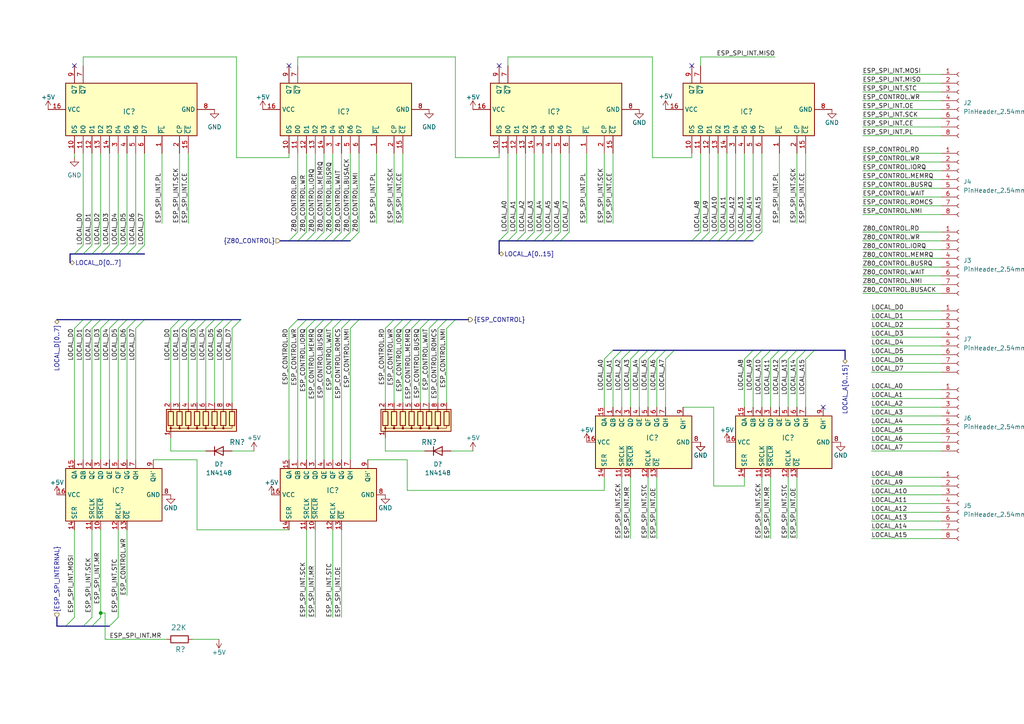
<source format=kicad_sch>
(kicad_sch (version 20230121) (generator eeschema)
  (paper "A4")
  (title_block (title "FujiNet Z80Bus reference design") (date "2023-05-13") (rev "0.1") (company "FujiNet"))
  (lib_symbols
    (symbol "74xx:74HC165"
      (property "Reference" "U" (at -7.62 19.05 0))
      (property "Value" "74HC165" (at -7.62 -21.59 0))
      (symbol "74HC165_1_0"
        (pin input line (at -12.7 -10.16 0) (length 5.08) (name "~{PL}") (number "1"))
        (pin input line (at -12.7 15.24 0) (length 5.08) (name "DS") (number "10"))
        (pin input line (at -12.7 12.7 0) (length 5.08) (name "D0") (number "11"))
        (pin input line (at -12.7 10.16 0) (length 5.08) (name "D1") (number "12"))
        (pin input line (at -12.7 7.62 0) (length 5.08) (name "D2") (number "13"))
        (pin input line (at -12.7 5.08 0) (length 5.08) (name "D3") (number "14"))
        (pin input line (at -12.7 -17.78 0) (length 5.08) (name "~{CE}") (number "15"))
        (pin power_in line (at 0 22.86 270) (length 5.08) (name "VCC") (number "16"))
        (pin input line (at -12.7 -15.24 0) (length 5.08) (name "CP") (number "2"))
        (pin input line (at -12.7 2.54 0) (length 5.08) (name "D4") (number "3"))
        (pin input line (at -12.7 0 0) (length 5.08) (name "D5") (number "4"))
        (pin input line (at -12.7 -2.54 0) (length 5.08) (name "D6") (number "5"))
        (pin input line (at -12.7 -5.08 0) (length 5.08) (name "D7") (number "6"))
        (pin output line (at 12.7 12.7 180) (length 5.08) (name "~{Q7}") (number "7"))
        (pin power_in line (at 0 -25.4 90) (length 5.08) (name "GND") (number "8"))
        (pin output line (at 12.7 15.24 180) (length 5.08) (name "Q7") (number "9"))
      )
      (symbol "74HC165_1_1"
        (rectangle (start -7.62 17.78) (end 7.62 -20.32) (stroke (width 0.254)) (fill (type background)))
      )
    )
    (symbol "74xx:74HC595"
      (property "Reference" "U" (at -7.62 13.97 0))
      (property "Value" "74HC595" (at -7.62 -16.51 0))
      (symbol "74HC595_1_0"
        (pin tri_state line (at 10.16 7.62 180) (length 2.54) (name "QB") (number "1"))
        (pin input line (at -10.16 2.54 0) (length 2.54) (name "~{SRCLR}") (number "10"))
        (pin input line (at -10.16 5.08 0) (length 2.54) (name "SRCLK") (number "11"))
        (pin input line (at -10.16 -2.54 0) (length 2.54) (name "RCLK") (number "12"))
        (pin input line (at -10.16 -5.08 0) (length 2.54) (name "~{OE}") (number "13"))
        (pin input line (at -10.16 10.16 0) (length 2.54) (name "SER") (number "14"))
        (pin tri_state line (at 10.16 10.16 180) (length 2.54) (name "QA") (number "15"))
        (pin power_in line (at 0 15.24 270) (length 2.54) (name "VCC") (number "16"))
        (pin tri_state line (at 10.16 5.08 180) (length 2.54) (name "QC") (number "2"))
        (pin tri_state line (at 10.16 2.54 180) (length 2.54) (name "QD") (number "3"))
        (pin tri_state line (at 10.16 0 180) (length 2.54) (name "QE") (number "4"))
        (pin tri_state line (at 10.16 -2.54 180) (length 2.54) (name "QF") (number "5"))
        (pin tri_state line (at 10.16 -5.08 180) (length 2.54) (name "QG") (number "6"))
        (pin tri_state line (at 10.16 -7.62 180) (length 2.54) (name "QH") (number "7"))
        (pin power_in line (at 0 -17.78 90) (length 2.54) (name "GND") (number "8"))
        (pin output line (at 10.16 -12.7 180) (length 2.54) (name "QH'") (number "9"))
      )
      (symbol "74HC595_1_1"
        (rectangle (start -7.62 12.7) (end 7.62 -15.24) (stroke (width 0.254)) (fill (type background)))
      )
    )
    (symbol "Connector:Conn_01x08_Socket" (pin_names (offset 1.016) hide)
      (property "Reference" "J" (at 0 10.16 0))
      (property "Value" "Conn_01x08_Socket" (at 0 -12.7 0))
      (symbol "Conn_01x08_Socket_1_1"
        (arc (start 0 -9.652) (mid -0.5058 -10.16) (end 0 -10.668) (stroke (width 0.1524)))
        (arc (start 0 -7.112) (mid -0.5058 -7.62) (end 0 -8.128) (stroke (width 0.1524)))
        (arc (start 0 -4.572) (mid -0.5058 -5.08) (end 0 -5.588) (stroke (width 0.1524)))
        (arc (start 0 -2.032) (mid -0.5058 -2.54) (end 0 -3.048) (stroke (width 0.1524)))
        (polyline (pts (xy -1.27 -10.16) (xy -0.508 -10.16)) (stroke (width 0.1524)))
        (polyline (pts (xy -1.27 -7.62) (xy -0.508 -7.62)) (stroke (width 0.1524)))
        (polyline (pts (xy -1.27 -5.08) (xy -0.508 -5.08)) (stroke (width 0.1524)))
        (polyline (pts (xy -1.27 -2.54) (xy -0.508 -2.54)) (stroke (width 0.1524)))
        (polyline (pts (xy -1.27 0) (xy -0.508 0)) (stroke (width 0.1524)))
        (polyline (pts (xy -1.27 2.54) (xy -0.508 2.54)) (stroke (width 0.1524)))
        (polyline (pts (xy -1.27 5.08) (xy -0.508 5.08)) (stroke (width 0.1524)))
        (polyline (pts (xy -1.27 7.62) (xy -0.508 7.62)) (stroke (width 0.1524)))
        (arc (start 0 0.508) (mid -0.5058 0) (end 0 -0.508) (stroke (width 0.1524)))
        (arc (start 0 3.048) (mid -0.5058 2.54) (end 0 2.032) (stroke (width 0.1524)))
        (arc (start 0 5.588) (mid -0.5058 5.08) (end 0 4.572) (stroke (width 0.1524)))
        (arc (start 0 8.128) (mid -0.5058 7.62) (end 0 7.112) (stroke (width 0.1524)))
        (pin passive line (at -5.08 7.62 0) (length 3.81) (name "Pin_1") (number "1"))
        (pin passive line (at -5.08 5.08 0) (length 3.81) (name "Pin_2") (number "2"))
        (pin passive line (at -5.08 2.54 0) (length 3.81) (name "Pin_3") (number "3"))
        (pin passive line (at -5.08 0 0) (length 3.81) (name "Pin_4") (number "4"))
        (pin passive line (at -5.08 -2.54 0) (length 3.81) (name "Pin_5") (number "5"))
        (pin passive line (at -5.08 -5.08 0) (length 3.81) (name "Pin_6") (number "6"))
        (pin passive line (at -5.08 -7.62 0) (length 3.81) (name "Pin_7") (number "7"))
        (pin passive line (at -5.08 -10.16 0) (length 3.81) (name "Pin_8") (number "8"))
      )
    )
    (symbol "Device:D" (pin_numbers hide) (pin_names (offset 1.016) hide)
      (property "Reference" "D" (at 0 2.54 0))
      (property "Value" "D" (at 0 -2.54 0))
      (symbol "D_0_1"
        (polyline (pts (xy -1.27 1.27) (xy -1.27 -1.27)) (stroke (width 0.254)))
        (polyline (pts (xy 1.27 0) (xy -1.27 0)))
        (polyline (pts (xy 1.27 1.27) (xy 1.27 -1.27) (xy -1.27 0) (xy 1.27 1.27)) (stroke (width 0.254)))
      )
      (symbol "D_1_1"
        (pin passive line (at -3.81 0 0) (length 2.54) (name "K") (number "1"))
        (pin passive line (at 3.81 0 180) (length 2.54) (name "A") (number "2"))
      )
    )
    (symbol "Device:R" (pin_numbers hide) (pin_names (offset 0))
      (property "Reference" "R" (at 2.032 0 90))
      (property "Value" "R" (at 0 0 90))
      (symbol "R_0_1"
        (rectangle (start -1.016 -2.54) (end 1.016 2.54) (stroke (width 0.254)))
      )
      (symbol "R_1_1"
        (pin passive line (at 0 3.81 270) (length 1.27) (name "~") (number "1"))
        (pin passive line (at 0 -3.81 90) (length 1.27) (name "~") (number "2"))
      )
    )
    (symbol "Device:R_Network08" (pin_names (offset 0) hide)
      (property "Reference" "RN" (at -12.7 0 90))
      (property "Value" "R_Network08" (at 10.16 0 90))
      (symbol "R_Network08_0_1"
        (rectangle (start -11.43 -3.175) (end 8.89 3.175) (stroke (width 0.254)) (fill (type background)))
        (rectangle (start -10.922 1.524) (end -9.398 -2.54) (stroke (width 0.254)))
        (circle (center -10.16 2.286) (radius 0.254) (fill (type outline)))
        (rectangle (start -8.382 1.524) (end -6.858 -2.54) (stroke (width 0.254)))
        (circle (center -7.62 2.286) (radius 0.254) (fill (type outline)))
        (rectangle (start -5.842 1.524) (end -4.318 -2.54) (stroke (width 0.254)))
        (circle (center -5.08 2.286) (radius 0.254) (fill (type outline)))
        (rectangle (start -3.302 1.524) (end -1.778 -2.54) (stroke (width 0.254)))
        (circle (center -2.54 2.286) (radius 0.254) (fill (type outline)))
        (rectangle (start -0.762 1.524) (end 0.762 -2.54) (stroke (width 0.254)))
        (polyline (pts (xy -10.16 -2.54) (xy -10.16 -3.81)))
        (polyline (pts (xy -7.62 -2.54) (xy -7.62 -3.81)))
        (polyline (pts (xy -5.08 -2.54) (xy -5.08 -3.81)))
        (polyline (pts (xy -2.54 -2.54) (xy -2.54 -3.81)))
        (polyline (pts (xy 0 -2.54) (xy 0 -3.81)))
        (polyline (pts (xy 2.54 -2.54) (xy 2.54 -3.81)))
        (polyline (pts (xy 5.08 -2.54) (xy 5.08 -3.81)))
        (polyline (pts (xy 7.62 -2.54) (xy 7.62 -3.81)))
        (polyline (pts (xy -10.16 1.524) (xy -10.16 2.286) (xy -7.62 2.286) (xy -7.62 1.524)))
        (polyline (pts (xy -7.62 1.524) (xy -7.62 2.286) (xy -5.08 2.286) (xy -5.08 1.524)))
        (polyline (pts (xy -5.08 1.524) (xy -5.08 2.286) (xy -2.54 2.286) (xy -2.54 1.524)))
        (polyline (pts (xy -2.54 1.524) (xy -2.54 2.286) (xy 0 2.286) (xy 0 1.524)))
        (polyline (pts (xy 0 1.524) (xy 0 2.286) (xy 2.54 2.286) (xy 2.54 1.524)))
        (polyline (pts (xy 2.54 1.524) (xy 2.54 2.286) (xy 5.08 2.286) (xy 5.08 1.524)))
        (polyline (pts (xy 5.08 1.524) (xy 5.08 2.286) (xy 7.62 2.286) (xy 7.62 1.524)))
        (circle (center 0 2.286) (radius 0.254) (fill (type outline)))
        (rectangle (start 1.778 1.524) (end 3.302 -2.54) (stroke (width 0.254)))
        (circle (center 2.54 2.286) (radius 0.254) (fill (type outline)))
        (rectangle (start 4.318 1.524) (end 5.842 -2.54) (stroke (width 0.254)))
        (circle (center 5.08 2.286) (radius 0.254) (fill (type outline)))
        (rectangle (start 6.858 1.524) (end 8.382 -2.54) (stroke (width 0.254)))
      )
      (symbol "R_Network08_1_1"
        (pin passive line (at -10.16 5.08 270) (length 2.54) (name "common") (number "1"))
        (pin passive line (at -10.16 -5.08 90) (length 1.27) (name "R1") (number "2"))
        (pin passive line (at -7.62 -5.08 90) (length 1.27) (name "R2") (number "3"))
        (pin passive line (at -5.08 -5.08 90) (length 1.27) (name "R3") (number "4"))
        (pin passive line (at -2.54 -5.08 90) (length 1.27) (name "R4") (number "5"))
        (pin passive line (at 0 -5.08 90) (length 1.27) (name "R5") (number "6"))
        (pin passive line (at 2.54 -5.08 90) (length 1.27) (name "R6") (number "7"))
        (pin passive line (at 5.08 -5.08 90) (length 1.27) (name "R7") (number "8"))
        (pin passive line (at 7.62 -5.08 90) (length 1.27) (name "R8") (number "9"))
      )
    )
    (symbol "power:+5V" (power) (pin_names (offset 0))
      (property "Value" "+5V" (at 0 3.556 0))
      (symbol "+5V_0_1"
        (polyline (pts (xy -0.762 1.27) (xy 0 2.54)))
        (polyline (pts (xy 0 0) (xy 0 2.54)))
        (polyline (pts (xy 0 2.54) (xy 0.762 1.27)))
      )
      (symbol "+5V_1_1"
        (pin power_in line (at 0 0 90) (length 0) hide (name "+5V") (number "1"))
      )
    )
    (symbol "power:GND" (power) (pin_names (offset 0))
      (property "Value" "GND" (at 0 -3.81 0))
      (symbol "GND_0_1"
        (polyline (pts (xy 0 0) (xy 0 -1.27) (xy 1.27 -1.27) (xy 0 -2.54) (xy -1.27 -1.27) (xy 0 -1.27)))
      )
      (symbol "GND_1_1"
        (pin power_in line (at 0 0 270) (length 0) hide (name "GND") (number "1"))
      )
    )
  )
  (bus_alias "ESP_CONTROL" (members "ESP_CONTROL.RD" "ESP_CONTROL.WR" "ESP_CONTROL.IORQ" "ESP_CONTROL.MEMRQ" "ESP_CONTROL.BUSRQ" "ESP_CONTROL.WAIT" "ESP_CONTROL.ROMCS" "ESP_CONTROL.NMI"))
  (bus_alias "ESP_SPI_INTERNAL" (members "ESP_SPI_INT.MOSI" "ESP_SPI_INT.SCK" "ESP_SPI_INT.MR" "ESP_SPI_INT.STC" "ESP_SPI_INT.CE" "ESP_SPI_INT.PL" "ESP_SPI_INT.MISO" "ESP_SPI_INT.OE" ""))
  (junction (at 29.21 177.8))
  (no_connect (at 238.76 118.11))
  (no_connect (at 21.59 19.05))
  (no_connect (at 200.66 19.05))
  (no_connect (at 83.82 19.05))
  (no_connect (at 144.78 19.05))
  (bus_entry (at 24.13 181.61) (size 2.54 -2.54))
  (bus_entry (at 147.32 69.85) (size 2.54 -2.54))
  (bus_entry (at 129.54 95.25) (size 2.54 -2.54))
  (bus_entry (at 149.86 69.85) (size 2.54 -2.54))
  (bus_entry (at 83.82 95.25) (size 2.54 -2.54))
  (bus_entry (at 218.44 69.85) (size 2.54 -2.54))
  (bus_entry (at 162.56 69.85) (size 2.54 -2.54))
  (bus_entry (at 231.14 104.14) (size 2.54 -2.54))
  (bus_entry (at 218.44 104.14) (size 2.54 -2.54))
  (bus_entry (at 34.29 73.66) (size 2.54 -2.54))
  (bus_entry (at 177.8 104.14) (size 2.54 -2.54))
  (bus_entry (at 223.52 104.14) (size 2.54 -2.54))
  (bus_entry (at 182.88 104.14) (size 2.54 -2.54))
  (bus_entry (at 31.75 95.25) (size 2.54 -2.54))
  (bus_entry (at 185.42 104.14) (size 2.54 -2.54))
  (bus_entry (at 52.07 95.25) (size 2.54 -2.54))
  (bus_entry (at 96.52 69.85) (size 2.54 -2.54))
  (bus_entry (at 34.29 95.25) (size 2.54 -2.54))
  (bus_entry (at 114.3 95.25) (size 2.54 -2.54))
  (bus_entry (at 36.83 95.25) (size 2.54 -2.54))
  (bus_entry (at 152.4 69.85) (size 2.54 -2.54))
  (bus_entry (at 86.36 95.25) (size 2.54 -2.54))
  (bus_entry (at 31.75 181.61) (size 2.54 -2.54))
  (bus_entry (at 29.21 95.25) (size 2.54 -2.54))
  (bus_entry (at 190.5 104.14) (size 2.54 -2.54))
  (bus_entry (at 215.9 69.85) (size 2.54 -2.54))
  (bus_entry (at 226.06 104.14) (size 2.54 -2.54))
  (bus_entry (at 210.82 69.85) (size 2.54 -2.54))
  (bus_entry (at 39.37 73.66) (size 2.54 -2.54))
  (bus_entry (at 83.82 69.85) (size 2.54 -2.54))
  (bus_entry (at 99.06 95.25) (size 2.54 -2.54))
  (bus_entry (at 24.13 95.25) (size 2.54 -2.54))
  (bus_entry (at 29.21 73.66) (size 2.54 -2.54))
  (bus_entry (at 101.6 95.25) (size 2.54 -2.54))
  (bus_entry (at 213.36 69.85) (size 2.54 -2.54))
  (bus_entry (at 54.61 95.25) (size 2.54 -2.54))
  (bus_entry (at 24.13 73.66) (size 2.54 -2.54))
  (bus_entry (at 228.6 104.14) (size 2.54 -2.54))
  (bus_entry (at 49.53 95.25) (size 2.54 -2.54))
  (bus_entry (at 200.66 69.85) (size 2.54 -2.54))
  (bus_entry (at 62.23 95.25) (size 2.54 -2.54))
  (bus_entry (at 59.69 95.25) (size 2.54 -2.54))
  (bus_entry (at 233.68 104.14) (size 2.54 -2.54))
  (bus_entry (at 88.9 95.25) (size 2.54 -2.54))
  (bus_entry (at 124.46 95.25) (size 2.54 -2.54))
  (bus_entry (at 21.59 73.66) (size 2.54 -2.54))
  (bus_entry (at 21.59 95.25) (size 2.54 -2.54))
  (bus_entry (at 101.6 69.85) (size 2.54 -2.54))
  (bus_entry (at 180.34 104.14) (size 2.54 -2.54))
  (bus_entry (at 57.15 95.25) (size 2.54 -2.54))
  (bus_entry (at 121.92 95.25) (size 2.54 -2.54))
  (bus_entry (at 175.26 104.14) (size 2.54 -2.54))
  (bus_entry (at 91.44 69.85) (size 2.54 -2.54))
  (bus_entry (at 157.48 69.85) (size 2.54 -2.54))
  (bus_entry (at 203.2 69.85) (size 2.54 -2.54))
  (bus_entry (at 93.98 95.25) (size 2.54 -2.54))
  (bus_entry (at 26.67 73.66) (size 2.54 -2.54))
  (bus_entry (at 86.36 69.85) (size 2.54 -2.54))
  (bus_entry (at 116.84 95.25) (size 2.54 -2.54))
  (bus_entry (at 208.28 69.85) (size 2.54 -2.54))
  (bus_entry (at 93.98 69.85) (size 2.54 -2.54))
  (bus_entry (at 26.67 181.61) (size 2.54 -2.54))
  (bus_entry (at 39.37 95.25) (size 2.54 -2.54))
  (bus_entry (at 205.74 69.85) (size 2.54 -2.54))
  (bus_entry (at 119.38 95.25) (size 2.54 -2.54))
  (bus_entry (at 64.77 95.25) (size 2.54 -2.54))
  (bus_entry (at 36.83 73.66) (size 2.54 -2.54))
  (bus_entry (at 91.44 95.25) (size 2.54 -2.54))
  (bus_entry (at 127 95.25) (size 2.54 -2.54))
  (bus_entry (at 144.78 69.85) (size 2.54 -2.54))
  (bus_entry (at 187.96 104.14) (size 2.54 -2.54))
  (bus_entry (at 88.9 69.85) (size 2.54 -2.54))
  (bus_entry (at 220.98 104.14) (size 2.54 -2.54))
  (bus_entry (at 26.67 95.25) (size 2.54 -2.54))
  (bus_entry (at 193.04 104.14) (size 2.54 -2.54))
  (bus_entry (at 67.31 95.25) (size 2.54 -2.54))
  (bus_entry (at 96.52 95.25) (size 2.54 -2.54))
  (bus_entry (at 31.75 73.66) (size 2.54 -2.54))
  (bus_entry (at 99.06 69.85) (size 2.54 -2.54))
  (bus_entry (at 154.94 69.85) (size 2.54 -2.54))
  (bus_entry (at 111.76 95.25) (size 2.54 -2.54))
  (bus_entry (at 19.05 181.61) (size 2.54 -2.54))
  (bus_entry (at 160.02 69.85) (size 2.54 -2.54))
  (bus_entry (at 215.9 104.14) (size 2.54 -2.54))
  (bus (pts (xy 31.75 92.71) (xy 34.29 92.71)))
  (wire (pts (xy 273.05 31.75) (xy 250.19 31.75)))
  (bus (pts (xy 203.2 69.85) (xy 205.74 69.85)))
  (wire (pts (xy 62.23 116.84) (xy 62.23 95.25)))
  (wire (pts (xy 273.05 140.97) (xy 252.73 140.97)))
  (wire (pts (xy 228.6 156.21) (xy 228.6 138.43)))
  (wire (pts (xy 149.86 67.31) (xy 149.86 44.45)))
  (wire (pts (xy 273.05 80.01) (xy 250.19 80.01)))
  (bus (pts (xy 223.52 101.6) (xy 226.06 101.6)))
  (wire (pts (xy 175.26 118.11) (xy 175.26 104.14)))
  (wire (pts (xy 170.18 64.77) (xy 170.18 44.45)))
  (bus (pts (xy 29.21 73.66) (xy 31.75 73.66)))
  (bus (pts (xy 16.51 181.61) (xy 16.51 179.07)))
  (wire (pts (xy 165.1 67.31) (xy 165.1 44.45)))
  (bus (pts (xy 86.36 69.85) (xy 88.9 69.85)))
  (wire (pts (xy 24.13 16.51) (xy 68.58 16.51)))
  (wire (pts (xy 34.29 133.35) (xy 34.29 95.25)))
  (wire (pts (xy 137.16 130.81) (xy 130.81 130.81)))
  (bus (pts (xy 220.98 101.6) (xy 223.52 101.6)))
  (wire (pts (xy 57.15 153.67) (xy 83.82 153.67)))
  (wire (pts (xy 218.44 67.31) (xy 218.44 44.45)))
  (bus (pts (xy 20.32 73.66) (xy 20.32 76.2)))
  (bus (pts (xy 190.5 101.6) (xy 193.04 101.6)))
  (bus (pts (xy 26.67 92.71) (xy 29.21 92.71)))
  (bus (pts (xy 88.9 69.85) (xy 91.44 69.85)))
  (wire (pts (xy 190.5 156.21) (xy 190.5 138.43)))
  (wire (pts (xy 88.9 44.45) (xy 88.9 67.31)))
  (bus (pts (xy 39.37 73.66) (xy 41.91 73.66)))
  (wire (pts (xy 147.32 16.51) (xy 147.32 19.05)))
  (wire (pts (xy 215.9 138.43) (xy 215.9 140.97)))
  (wire (pts (xy 48.26 185.42) (xy 30.48 185.42)))
  (wire (pts (xy 208.28 67.31) (xy 208.28 44.45)))
  (bus (pts (xy 24.13 73.66) (xy 26.67 73.66)))
  (wire (pts (xy 30.48 177.8) (xy 30.48 185.42)))
  (bus (pts (xy 121.92 92.71) (xy 124.46 92.71)))
  (wire (pts (xy 29.21 177.8) (xy 30.48 177.8)))
  (wire (pts (xy 111.76 130.81) (xy 123.19 130.81)))
  (bus (pts (xy 160.02 69.85) (xy 162.56 69.85)))
  (wire (pts (xy 29.21 177.8) (xy 29.21 153.67)))
  (wire (pts (xy 273.05 107.95) (xy 252.73 107.95)))
  (wire (pts (xy 273.05 130.81) (xy 252.73 130.81)))
  (wire (pts (xy 273.05 146.05) (xy 252.73 146.05)))
  (wire (pts (xy 21.59 153.67) (xy 21.59 179.07)))
  (wire (pts (xy 96.52 179.07) (xy 96.52 153.67)))
  (wire (pts (xy 207.01 118.11) (xy 198.12 118.11)))
  (wire (pts (xy 182.88 118.11) (xy 182.88 104.14)))
  (wire (pts (xy 273.05 72.39) (xy 250.19 72.39)))
  (bus (pts (xy 182.88 101.6) (xy 185.42 101.6)))
  (bus (pts (xy 152.4 69.85) (xy 154.94 69.85)))
  (wire (pts (xy 147.32 67.31) (xy 147.32 44.45)))
  (wire (pts (xy 31.75 133.35) (xy 31.75 95.25)))
  (wire (pts (xy 116.84 64.77) (xy 116.84 44.45)))
  (bus (pts (xy 96.52 92.71) (xy 99.06 92.71)))
  (wire (pts (xy 111.76 116.84) (xy 111.76 95.25)))
  (wire (pts (xy 233.68 64.77) (xy 233.68 44.45)))
  (bus (pts (xy 104.14 92.71) (xy 114.3 92.71)))
  (wire (pts (xy 46.99 64.77) (xy 46.99 44.45)))
  (bus (pts (xy 34.29 92.71) (xy 36.83 92.71)))
  (wire (pts (xy 187.96 156.21) (xy 187.96 138.43)))
  (wire (pts (xy 273.05 62.23) (xy 250.19 62.23)))
  (wire (pts (xy 226.06 64.77) (xy 226.06 44.45)))
  (wire (pts (xy 154.94 67.31) (xy 154.94 44.45)))
  (wire (pts (xy 52.07 116.84) (xy 52.07 95.25)))
  (wire (pts (xy 273.05 115.57) (xy 252.73 115.57)))
  (wire (pts (xy 88.9 179.07) (xy 88.9 153.67)))
  (wire (pts (xy 83.82 45.72) (xy 83.82 44.45)))
  (wire (pts (xy 99.06 179.07) (xy 99.06 153.67)))
  (bus (pts (xy 99.06 92.71) (xy 101.6 92.71)))
  (wire (pts (xy 273.05 138.43) (xy 252.73 138.43)))
  (wire (pts (xy 220.98 156.21) (xy 220.98 138.43)))
  (bus (pts (xy 16.51 92.71) (xy 24.13 92.71)))
  (bus (pts (xy 96.52 69.85) (xy 99.06 69.85)))
  (bus (pts (xy 54.61 92.71) (xy 57.15 92.71)))
  (wire (pts (xy 273.05 123.19) (xy 252.73 123.19)))
  (wire (pts (xy 88.9 133.35) (xy 88.9 95.25)))
  (wire (pts (xy 99.06 133.35) (xy 99.06 95.25)))
  (bus (pts (xy 39.37 92.71) (xy 41.91 92.71)))
  (wire (pts (xy 57.15 153.67) (xy 57.15 133.35)))
  (wire (pts (xy 144.78 45.72) (xy 144.78 44.45)))
  (wire (pts (xy 273.05 59.69) (xy 250.19 59.69)))
  (wire (pts (xy 157.48 67.31) (xy 157.48 44.45)))
  (wire (pts (xy 207.01 140.97) (xy 215.9 140.97)))
  (wire (pts (xy 273.05 57.15) (xy 250.19 57.15)))
  (wire (pts (xy 39.37 133.35) (xy 39.37 95.25)))
  (wire (pts (xy 116.84 95.25) (xy 116.84 116.84)))
  (wire (pts (xy 205.74 67.31) (xy 205.74 44.45)))
  (wire (pts (xy 162.56 67.31) (xy 162.56 44.45)))
  (bus (pts (xy 24.13 92.71) (xy 26.67 92.71)))
  (wire (pts (xy 36.83 172.72) (xy 36.83 153.67)))
  (bus (pts (xy 233.68 101.6) (xy 236.22 101.6)))
  (wire (pts (xy 273.05 77.47) (xy 250.19 77.47)))
  (wire (pts (xy 250.19 39.37) (xy 273.05 39.37)))
  (bus (pts (xy 57.15 92.71) (xy 59.69 92.71)))
  (wire (pts (xy 182.88 156.21) (xy 182.88 138.43)))
  (wire (pts (xy 273.05 90.17) (xy 252.73 90.17)))
  (bus (pts (xy 149.86 69.85) (xy 152.4 69.85)))
  (wire (pts (xy 67.31 130.81) (xy 73.66 130.81)))
  (bus (pts (xy 157.48 69.85) (xy 160.02 69.85)))
  (wire (pts (xy 68.58 16.51) (xy 68.58 45.72)))
  (wire (pts (xy 26.67 133.35) (xy 26.67 95.25)))
  (wire (pts (xy 34.29 71.12) (xy 34.29 44.45)))
  (bus (pts (xy 215.9 69.85) (xy 218.44 69.85)))
  (wire (pts (xy 180.34 118.11) (xy 180.34 104.14)))
  (wire (pts (xy 250.19 54.61) (xy 273.05 54.61)))
  (wire (pts (xy 109.22 64.77) (xy 109.22 44.45)))
  (wire (pts (xy 223.52 156.21) (xy 223.52 138.43)))
  (wire (pts (xy 49.53 130.81) (xy 49.53 127)))
  (wire (pts (xy 185.42 118.11) (xy 185.42 104.14)))
  (bus (pts (xy 213.36 69.85) (xy 215.9 69.85)))
  (wire (pts (xy 91.44 153.67) (xy 91.44 179.07)))
  (wire (pts (xy 273.05 153.67) (xy 252.73 153.67)))
  (bus (pts (xy 119.38 92.71) (xy 121.92 92.71)))
  (wire (pts (xy 189.23 45.72) (xy 200.66 45.72)))
  (bus (pts (xy 132.08 92.71) (xy 135.89 92.71)))
  (wire (pts (xy 273.05 113.03) (xy 252.73 113.03)))
  (wire (pts (xy 132.08 45.72) (xy 132.08 16.51)))
  (wire (pts (xy 86.36 44.45) (xy 86.36 67.31)))
  (wire (pts (xy 124.46 116.84) (xy 124.46 95.25)))
  (wire (pts (xy 224.79 16.51) (xy 203.2 16.51)))
  (bus (pts (xy 162.56 69.85) (xy 200.66 69.85)))
  (bus (pts (xy 193.04 101.6) (xy 195.58 101.6)))
  (wire (pts (xy 99.06 44.45) (xy 99.06 67.31)))
  (wire (pts (xy 273.05 85.09) (xy 250.19 85.09)))
  (wire (pts (xy 273.05 97.79) (xy 252.73 97.79)))
  (wire (pts (xy 91.44 44.45) (xy 91.44 67.31)))
  (wire (pts (xy 39.37 71.12) (xy 39.37 44.45)))
  (bus (pts (xy 231.14 101.6) (xy 233.68 101.6)))
  (wire (pts (xy 273.05 95.25) (xy 252.73 95.25)))
  (bus (pts (xy 21.59 73.66) (xy 24.13 73.66)))
  (wire (pts (xy 96.52 44.45) (xy 96.52 67.31)))
  (wire (pts (xy 233.68 118.11) (xy 233.68 104.14)))
  (wire (pts (xy 52.07 64.77) (xy 52.07 44.45)))
  (bus (pts (xy 91.44 92.71) (xy 93.98 92.71)))
  (wire (pts (xy 83.82 133.35) (xy 83.82 95.25)))
  (wire (pts (xy 129.54 116.84) (xy 129.54 95.25)))
  (wire (pts (xy 250.19 36.83) (xy 273.05 36.83)))
  (bus (pts (xy 127 92.71) (xy 129.54 92.71)))
  (bus (pts (xy 31.75 73.66) (xy 34.29 73.66)))
  (bus (pts (xy 36.83 92.71) (xy 39.37 92.71)))
  (wire (pts (xy 226.06 118.11) (xy 226.06 104.14)))
  (wire (pts (xy 118.11 142.24) (xy 175.26 142.24)))
  (bus (pts (xy 34.29 73.66) (xy 36.83 73.66)))
  (wire (pts (xy 118.11 133.35) (xy 106.68 133.35)))
  (wire (pts (xy 49.53 116.84) (xy 49.53 95.25)))
  (wire (pts (xy 114.3 116.84) (xy 114.3 95.25)))
  (wire (pts (xy 273.05 100.33) (xy 252.73 100.33)))
  (wire (pts (xy 21.59 95.25) (xy 21.59 133.35)))
  (wire (pts (xy 231.14 156.21) (xy 231.14 138.43)))
  (bus (pts (xy 205.74 69.85) (xy 208.28 69.85)))
  (wire (pts (xy 231.14 118.11) (xy 231.14 104.14)))
  (wire (pts (xy 273.05 105.41) (xy 252.73 105.41)))
  (wire (pts (xy 36.83 133.35) (xy 36.83 95.25)))
  (bus (pts (xy 144.78 69.85) (xy 147.32 69.85)))
  (wire (pts (xy 160.02 67.31) (xy 160.02 44.45)))
  (wire (pts (xy 49.53 130.81) (xy 59.69 130.81)))
  (wire (pts (xy 273.05 118.11) (xy 252.73 118.11)))
  (wire (pts (xy 177.8 64.77) (xy 177.8 44.45)))
  (wire (pts (xy 250.19 29.21) (xy 273.05 29.21)))
  (bus (pts (xy 59.69 92.71) (xy 62.23 92.71)))
  (bus (pts (xy 154.94 69.85) (xy 157.48 69.85)))
  (bus (pts (xy 20.32 73.66) (xy 21.59 73.66)))
  (wire (pts (xy 26.67 179.07) (xy 26.67 153.67)))
  (wire (pts (xy 203.2 67.31) (xy 203.2 44.45)))
  (wire (pts (xy 24.13 19.05) (xy 24.13 16.51)))
  (wire (pts (xy 24.13 133.35) (xy 24.13 95.25)))
  (wire (pts (xy 111.76 130.81) (xy 111.76 127)))
  (wire (pts (xy 250.19 46.99) (xy 273.05 46.99)))
  (wire (pts (xy 273.05 143.51) (xy 252.73 143.51)))
  (wire (pts (xy 231.14 64.77) (xy 231.14 44.45)))
  (wire (pts (xy 180.34 156.21) (xy 180.34 138.43)))
  (bus (pts (xy 99.06 69.85) (xy 101.6 69.85)))
  (bus (pts (xy 195.58 101.6) (xy 218.44 101.6)))
  (bus (pts (xy 26.67 73.66) (xy 29.21 73.66)))
  (wire (pts (xy 250.19 74.93) (xy 273.05 74.93)))
  (bus (pts (xy 129.54 92.71) (xy 132.08 92.71)))
  (wire (pts (xy 41.91 71.12) (xy 41.91 44.45)))
  (bus (pts (xy 180.34 101.6) (xy 182.88 101.6)))
  (wire (pts (xy 29.21 71.12) (xy 29.21 44.45)))
  (bus (pts (xy 83.82 69.85) (xy 86.36 69.85)))
  (wire (pts (xy 152.4 67.31) (xy 152.4 44.45)))
  (bus (pts (xy 187.96 101.6) (xy 190.5 101.6)))
  (wire (pts (xy 67.31 116.84) (xy 67.31 95.25)))
  (bus (pts (xy 208.28 69.85) (xy 210.82 69.85)))
  (wire (pts (xy 220.98 67.31) (xy 220.98 44.45)))
  (wire (pts (xy 273.05 120.65) (xy 252.73 120.65)))
  (bus (pts (xy 228.6 101.6) (xy 231.14 101.6)))
  (wire (pts (xy 54.61 116.84) (xy 54.61 95.25)))
  (wire (pts (xy 273.05 148.59) (xy 252.73 148.59)))
  (wire (pts (xy 93.98 133.35) (xy 93.98 95.25)))
  (bus (pts (xy 81.28 69.85) (xy 83.82 69.85)))
  (bus (pts (xy 114.3 92.71) (xy 116.84 92.71)))
  (wire (pts (xy 210.82 67.31) (xy 210.82 44.45)))
  (wire (pts (xy 121.92 116.84) (xy 121.92 95.25)))
  (wire (pts (xy 175.26 64.77) (xy 175.26 44.45)))
  (wire (pts (xy 250.19 44.45) (xy 273.05 44.45)))
  (wire (pts (xy 104.14 44.45) (xy 104.14 67.31)))
  (wire (pts (xy 144.78 45.72) (xy 132.08 45.72)))
  (bus (pts (xy 52.07 92.71) (xy 54.61 92.71)))
  (wire (pts (xy 86.36 16.51) (xy 132.08 16.51)))
  (wire (pts (xy 273.05 69.85) (xy 250.19 69.85)))
  (bus (pts (xy 101.6 92.71) (xy 104.14 92.71)))
  (bus (pts (xy 29.21 92.71) (xy 31.75 92.71)))
  (bus (pts (xy 19.05 181.61) (xy 16.51 181.61)))
  (bus (pts (xy 93.98 92.71) (xy 96.52 92.71)))
  (wire (pts (xy 57.15 133.35) (xy 44.45 133.35)))
  (bus (pts (xy 91.44 69.85) (xy 93.98 69.85)))
  (bus (pts (xy 177.8 101.6) (xy 180.34 101.6)))
  (wire (pts (xy 250.19 26.67) (xy 273.05 26.67)))
  (wire (pts (xy 29.21 95.25) (xy 29.21 133.35)))
  (bus (pts (xy 218.44 101.6) (xy 220.98 101.6)))
  (wire (pts (xy 207.01 118.11) (xy 207.01 140.97)))
  (wire (pts (xy 273.05 151.13) (xy 252.73 151.13)))
  (bus (pts (xy 36.83 73.66) (xy 39.37 73.66)))
  (wire (pts (xy 21.59 45.72) (xy 21.59 44.45)))
  (bus (pts (xy 67.31 92.71) (xy 69.85 92.71)))
  (wire (pts (xy 273.05 156.21) (xy 252.73 156.21)))
  (wire (pts (xy 250.19 52.07) (xy 273.05 52.07)))
  (wire (pts (xy 36.83 71.12) (xy 36.83 44.45)))
  (bus (pts (xy 245.11 104.14) (xy 245.11 101.6)))
  (wire (pts (xy 93.98 67.31) (xy 93.98 44.45)))
  (bus (pts (xy 41.91 92.71) (xy 52.07 92.71)))
  (wire (pts (xy 34.29 179.07) (xy 34.29 153.67)))
  (wire (pts (xy 101.6 133.35) (xy 101.6 95.25)))
  (bus (pts (xy 124.46 92.71) (xy 127 92.71)))
  (bus (pts (xy 226.06 101.6) (xy 228.6 101.6)))
  (wire (pts (xy 273.05 82.55) (xy 250.19 82.55)))
  (wire (pts (xy 68.58 45.72) (xy 83.82 45.72)))
  (wire (pts (xy 29.21 179.07) (xy 29.21 177.8)))
  (wire (pts (xy 273.05 67.31) (xy 250.19 67.31)))
  (wire (pts (xy 127 116.84) (xy 127 95.25)))
  (wire (pts (xy 200.66 45.72) (xy 200.66 44.45)))
  (wire (pts (xy 59.69 116.84) (xy 59.69 95.25)))
  (bus (pts (xy 64.77 92.71) (xy 67.31 92.71)))
  (wire (pts (xy 114.3 64.77) (xy 114.3 44.45)))
  (wire (pts (xy 273.05 24.13) (xy 250.19 24.13)))
  (wire (pts (xy 101.6 44.45) (xy 101.6 67.31)))
  (wire (pts (xy 250.19 49.53) (xy 273.05 49.53)))
  (wire (pts (xy 63.5 185.42) (xy 55.88 185.42)))
  (wire (pts (xy 220.98 118.11) (xy 220.98 104.14)))
  (bus (pts (xy 88.9 92.71) (xy 91.44 92.71)))
  (wire (pts (xy 213.36 67.31) (xy 213.36 44.45)))
  (bus (pts (xy 147.32 69.85) (xy 149.86 69.85)))
  (bus (pts (xy 185.42 101.6) (xy 187.96 101.6)))
  (bus (pts (xy 200.66 69.85) (xy 203.2 69.85)))
  (wire (pts (xy 273.05 92.71) (xy 252.73 92.71)))
  (wire (pts (xy 273.05 128.27) (xy 252.73 128.27)))
  (wire (pts (xy 57.15 116.84) (xy 57.15 95.25)))
  (wire (pts (xy 24.13 71.12) (xy 24.13 44.45)))
  (wire (pts (xy 203.2 16.51) (xy 203.2 19.05)))
  (bus (pts (xy 93.98 69.85) (xy 96.52 69.85)))
  (wire (pts (xy 228.6 118.11) (xy 228.6 104.14)))
  (bus (pts (xy 210.82 69.85) (xy 213.36 69.85)))
  (wire (pts (xy 31.75 71.12) (xy 31.75 44.45)))
  (wire (pts (xy 86.36 133.35) (xy 86.36 95.25)))
  (wire (pts (xy 223.52 118.11) (xy 223.52 104.14)))
  (wire (pts (xy 273.05 125.73) (xy 252.73 125.73)))
  (bus (pts (xy 116.84 92.71) (xy 119.38 92.71)))
  (bus (pts (xy 24.13 181.61) (xy 19.05 181.61)))
  (wire (pts (xy 215.9 118.11) (xy 215.9 104.14)))
  (wire (pts (xy 119.38 116.84) (xy 119.38 95.25)))
  (wire (pts (xy 193.04 118.11) (xy 193.04 104.14)))
  (bus (pts (xy 62.23 92.71) (xy 64.77 92.71)))
  (wire (pts (xy 250.19 34.29) (xy 273.05 34.29)))
  (bus (pts (xy 31.75 181.61) (xy 26.67 181.61)))
  (wire (pts (xy 96.52 133.35) (xy 96.52 95.25)))
  (wire (pts (xy 175.26 138.43) (xy 175.26 142.24)))
  (wire (pts (xy 273.05 102.87) (xy 252.73 102.87)))
  (wire (pts (xy 215.9 67.31) (xy 215.9 44.45)))
  (bus (pts (xy 86.36 92.71) (xy 88.9 92.71)))
  (wire (pts (xy 54.61 64.77) (xy 54.61 44.45)))
  (wire (pts (xy 190.5 118.11) (xy 190.5 104.14)))
  (wire (pts (xy 177.8 118.11) (xy 177.8 104.14)))
  (wire (pts (xy 64.77 116.84) (xy 64.77 95.25)))
  (wire (pts (xy 147.32 16.51) (xy 189.23 16.51)))
  (wire (pts (xy 273.05 21.59) (xy 250.19 21.59)))
  (wire (pts (xy 118.11 142.24) (xy 118.11 133.35)))
  (wire (pts (xy 91.44 133.35) (xy 91.44 95.25)))
  (wire (pts (xy 26.67 71.12) (xy 26.67 44.45)))
  (bus (pts (xy 236.22 101.6) (xy 245.11 101.6)))
  (wire (pts (xy 218.44 118.11) (xy 218.44 104.14)))
  (wire (pts (xy 86.36 19.05) (xy 86.36 16.51)))
  (wire (pts (xy 187.96 118.11) (xy 187.96 104.14)))
  (bus (pts (xy 26.67 181.61) (xy 24.13 181.61)))
  (bus (pts (xy 144.78 69.85) (xy 144.78 73.66)))
  (wire (pts (xy 189.23 16.51) (xy 189.23 45.72)))
  (label "LOCAL_D2" (at 26.67 95.25 270))
  (label "LOCAL_A8" (at 215.9 104.14 270))
  (label "LOCAL_D2" (at 29.21 71.12 90))
  (label "ESP_CONTROL.WAIT" (at 124.46 95.25 270))
  (label "LOCAL_A13" (at 252.73 151.13 0))
  (label "ESP_SPI_INT.SCK" (at 250.19 34.29 0))
  (label "Z80_CONTROL.BUSRQ" (at 96.52 67.31 90))
  (label "LOCAL_D1" (at 24.13 95.25 270))
  (label "LOCAL_A11" (at 223.52 104.14 270))
  (label "LOCAL_D5" (at 252.73 102.87 0))
  (label "ESP_CONTROL.ROMCS" (at 127 95.25 270))
  (label "ESP_CONTROL.WR" (at 36.83 172.72 90))
  (label "ESP_CONTROL.BUSRQ" (at 121.92 95.25 270))
  (label "LOCAL_D0" (at 24.13 71.12 90))
  (label "Z80_CONTROL.RD" (at 250.19 67.31 0))
  (label "LOCAL_A0" (at 252.73 113.03 0))
  (label "LOCAL_A6" (at 162.56 67.31 90))
  (label "ESP_CONTROL.IORQ" (at 116.84 95.25 270))
  (label "LOCAL_D7" (at 67.31 95.25 270))
  (label "LOCAL_D2" (at 54.61 95.25 270))
  (label "LOCAL_D6" (at 252.73 105.41 0))
  (label "LOCAL_D5" (at 36.83 71.12 90))
  (label "ESP_SPI_INT.OE" (at 190.5 156.21 90))
  (label "LOCAL_D0" (at 21.59 95.25 270))
  (label "LOCAL_D1" (at 26.67 71.12 90))
  (label "ESP_SPI_INT.PL" (at 250.19 39.37 0))
  (label "ESP_CONTROL.WR" (at 114.3 95.25 270))
  (label "LOCAL_D3" (at 29.21 95.25 270))
  (label "LOCAL_D7" (at 39.37 95.25 270))
  (label "ESP_CONTROL.NMI" (at 129.54 95.25 270))
  (label "LOCAL_A14" (at 218.44 67.31 90))
  (label "LOCAL_A10" (at 220.98 104.14 270))
  (label "ESP_CONTROL.WR" (at 250.19 29.21 0))
  (label "ESP_CONTROL.WR" (at 250.19 46.99 0))
  (label "LOCAL_A13" (at 228.6 104.14 270))
  (label "LOCAL_D0" (at 252.73 90.17 0))
  (label "LOCAL_D6" (at 36.83 95.25 270))
  (label "LOCAL_A9" (at 205.74 67.31 90))
  (label "LOCAL_A2" (at 152.4 67.31 90))
  (label "ESP_SPI_INT.SCK" (at 175.26 64.77 90))
  (label "ESP_SPI_INT.OE" (at 231.14 156.21 90))
  (label "LOCAL_D7" (at 41.91 71.12 90))
  (label "LOCAL_A9" (at 252.73 140.97 0))
  (label "Z80_CONTROL.WR" (at 88.9 67.31 90))
  (label "LOCAL_A8" (at 252.73 138.43 0))
  (label "LOCAL_D5" (at 34.29 95.25 270))
  (label "ESP_SPI_INT.STC" (at 34.29 177.8 90))
  (label "ESP_SPI_INT.MISO" (at 224.79 16.51 180))
  (label "ESP_SPI_INT.SCK" (at 231.14 64.77 90))
  (label "LOCAL_A7" (at 165.1 67.31 90))
  (label "ESP_SPI_INT.CE" (at 54.61 64.77 90))
  (label "LOCAL_A9" (at 218.44 104.14 270))
  (label "LOCAL_A4" (at 157.48 67.31 90))
  (label "Z80_CONTROL.NMI" (at 104.14 67.31 90))
  (label "LOCAL_D4" (at 59.69 95.25 270))
  (label "ESP_SPI_INT.MOSI" (at 250.19 21.59 0))
  (label "ESP_SPI_INT.MR" (at 29.21 175.26 90))
  (label "ESP_SPI_INT.CE" (at 177.8 64.77 90))
  (label "ESP_SPI_INT.STC" (at 96.52 179.07 90))
  (label "LOCAL_A2" (at 180.34 104.14 270))
  (label "Z80_CONTROL.IORQ" (at 91.44 67.31 90))
  (label "ESP_SPI_INT.CE" (at 116.84 64.77 90))
  (label "Z80_CONTROL.WAIT" (at 250.19 80.01 0))
  (label "Z80_CONTROL.BUSRQ" (at 250.19 77.47 0))
  (label "ESP_SPI_INT.STC" (at 250.19 26.67 0))
  (label "LOCAL_D2" (at 252.73 95.25 0))
  (label "ESP_SPI_INT.PL" (at 109.22 64.77 90))
  (label "ESP_SPI_INT.CE" (at 250.19 36.83 0))
  (label "ESP_CONTROL.MEMRQ" (at 119.38 95.25 270))
  (label "ESP_SPI_INT.PL" (at 46.99 64.77 90))
  (label "LOCAL_D3" (at 31.75 71.12 90))
  (label "ESP_SPI_INT.OE" (at 99.06 179.07 90))
  (label "ESP_CONTROL.IORQ" (at 88.9 95.25 270))
  (label "LOCAL_A10" (at 252.73 143.51 0))
  (label "ESP_CONTROL.WAIT" (at 96.52 95.25 270))
  (label "ESP_CONTROL.MEMRQ" (at 91.44 95.25 270))
  (label "Z80_CONTROL.BUSACK" (at 250.19 85.09 0))
  (label "ESP_CONTROL.NMI" (at 250.19 62.23 0))
  (label "LOCAL_A1" (at 149.86 67.31 90))
  (label "LOCAL_A11" (at 210.82 67.31 90))
  (label "LOCAL_A4" (at 252.73 123.19 0))
  (label "LOCAL_A0" (at 147.32 67.31 90))
  (label "ESP_CONTROL.ROMCS" (at 250.19 59.69 0))
  (label "ESP_SPI_INT.PL" (at 170.18 64.77 90))
  (label "LOCAL_D5" (at 62.23 95.25 270))
  (label "LOCAL_A6" (at 190.5 104.14 270))
  (label "LOCAL_D7" (at 252.73 107.95 0))
  (label "ESP_SPI_INT.MR" (at 182.88 156.21 90))
  (label "ESP_CONTROL.NMI" (at 101.6 95.25 270))
  (label "LOCAL_A7" (at 193.04 104.14 270))
  (label "LOCAL_A5" (at 160.02 67.31 90))
  (label "ESP_SPI_INT.CE" (at 233.68 64.77 90))
  (label "LOCAL_A14" (at 231.14 104.14 270))
  (label "LOCAL_D3" (at 57.15 95.25 270))
  (label "LOCAL_A11" (at 252.73 146.05 0))
  (label "ESP_CONTROL.WR" (at 86.36 95.25 270))
  (label "ESP_SPI_INT.SCK" (at 220.98 156.21 90))
  (label "ESP_SPI_INT.MR" (at 223.52 156.21 90))
  (label "LOCAL_A2" (at 252.73 118.11 0))
  (label "Z80_CONTROL.IORQ" (at 250.19 72.39 0))
  (label "LOCAL_A5" (at 187.96 104.14 270))
  (label "LOCAL_A12" (at 252.73 148.59 0))
  (label "ESP_SPI_INT.MR" (at 91.44 179.07 90))
  (label "LOCAL_A12" (at 226.06 104.14 270))
  (label "ESP_CONTROL.BUSRQ" (at 93.98 95.25 270))
  (label "LOCAL_D3" (at 252.73 97.79 0))
  (label "Z80_CONTROL.RD" (at 86.36 67.31 90))
  (label "LOCAL_A4" (at 185.42 104.14 270))
  (label "ESP_CONTROL.ROMCS" (at 99.06 95.25 270))
  (label "ESP_SPI_INT.MR" (at 31.75 185.42 0))
  (label "LOCAL_A10" (at 208.28 67.31 90))
  (label "LOCAL_A8" (at 203.2 67.31 90))
  (label "ESP_SPI_INT.OE" (at 250.19 31.75 0))
  (label "LOCAL_A7" (at 252.73 130.81 0))
  (label "LOCAL_A12" (at 213.36 67.31 90))
  (label "LOCAL_A5" (at 252.73 125.73 0))
  (label "Z80_CONTROL.WAIT" (at 99.06 67.31 90))
  (label "ESP_SPI_INT.SCK" (at 180.34 156.21 90))
  (label "ESP_CONTROL.MEMRQ" (at 250.19 52.07 0))
  (label "LOCAL_A15" (at 220.98 67.31 90))
  (label "Z80_CONTROL.MEMRQ" (at 250.19 74.93 0))
  (label "LOCAL_A13" (at 215.9 67.31 90))
  (label "LOCAL_D4" (at 34.29 71.12 90))
  (label "LOCAL_D4" (at 252.73 100.33 0))
  (label "LOCAL_A1" (at 177.8 104.14 270))
  (label "ESP_SPI_INT.SCK" (at 88.9 179.07 90))
  (label "ESP_SPI_INT.SCK" (at 114.3 64.77 90))
  (label "LOCAL_A3" (at 154.94 67.31 90))
  (label "ESP_CONTROL.WAIT" (at 250.19 57.15 0))
  (label "ESP_SPI_INT.SCK" (at 26.67 177.8 90))
  (label "LOCAL_A15" (at 233.68 104.14 270))
  (label "ESP_CONTROL.RD" (at 83.82 95.25 270))
  (label "LOCAL_D6" (at 39.37 71.12 90))
  (label "LOCAL_A6" (at 252.73 128.27 0))
  (label "LOCAL_A1" (at 252.73 115.57 0))
  (label "ESP_SPI_INT.MOSI" (at 21.59 177.8 90))
  (label "Z80_CONTROL.WR" (at 250.19 69.85 0))
  (label "ESP_SPI_INT.STC" (at 187.96 156.21 90))
  (label "LOCAL_D6" (at 64.77 95.25 270))
  (label "ESP_SPI_INT.PL" (at 226.06 64.77 90))
  (label "LOCAL_A15" (at 252.73 156.21 0))
  (label "Z80_CONTROL.BUSACK" (at 101.6 67.31 90))
  (label "LOCAL_D1" (at 252.73 92.71 0))
  (label "ESP_CONTROL.RD" (at 250.19 44.45 0))
  (label "ESP_SPI_INT.MISO" (at 250.19 24.13 0))
  (label "ESP_SPI_INT.SCK" (at 52.07 64.77 90))
  (label "LOCAL_D0" (at 49.53 95.25 270))
  (label "LOCAL_A3" (at 182.88 104.14 270))
  (label "LOCAL_A0" (at 175.26 104.14 270))
  (label "LOCAL_D1" (at 52.07 95.25 270))
  (label "Z80_CONTROL.NMI" (at 250.19 82.55 0))
  (label "ESP_CONTROL.RD" (at 111.76 95.25 270))
  (label "LOCAL_D4" (at 31.75 95.25 270))
  (label "Z80_CONTROL.MEMRQ" (at 93.98 67.31 90))
  (label "ESP_CONTROL.BUSRQ" (at 250.19 54.61 0))
  (label "ESP_SPI_INT.STC" (at 228.6 156.21 90))
  (label "ESP_CONTROL.IORQ" (at 250.19 49.53 0))
  (label "LOCAL_A3" (at 252.73 120.65 0))
  (label "LOCAL_A14" (at 252.73 153.67 0))
  (hierarchical_label "LOCAL_A[0..15]" (shape bidirectional) (at 245.11 104.14 270))
  (hierarchical_label "LOCAL_D[0..7]" (shape bidirectional) (at 16.51 92.71 270))
  (hierarchical_label "LOCAL_D[0..7]" (shape bidirectional) (at 20.32 76.2 0))
  (hierarchical_label "LOCAL_A[0..15]" (shape bidirectional) (at 144.78 73.66 0))
  (hierarchical_label "{ESP_SPI_INTERNAL}" (shape input) (at 16.51 179.07 90))
  (hierarchical_label "{ESP_CONTROL}" (shape output) (at 135.89 92.71 0))
  (hierarchical_label "{Z80_CONTROL}" (shape input) (at 81.28 69.85 180))
  (symbol (lib_id "Connector:Conn_01x08_Socket") (at 278.13 74.93 0) (unit 1)
    (property "Reference" "J3" (at 279.4 75.565 0) (effects (justify left)))
    (property "Value" "PinHeader_2.54mm" (at 279.4 78.105 0) (effects (justify left)))
    (property "Footprint" "Connector_PinHeader_2.54mm:PinHeader_1x08_P2.54mm_Vertical" (effects hide))
    (instances (project "FujiNet_Z80Bus_ReferenceDesign" (path "" (reference "J3") (unit 1)) (path "" (reference "DIAG-Z80_CONTROL1") (unit 1))))
  )
  (symbol (lib_id "Connector:Conn_01x08_Socket") (at 278.13 52.07 0) (unit 1)
    (property "Reference" "J4" (at 279.4 52.705 0) (effects (justify left)))
    (property "Value" "PinHeader_2.54mm" (at 279.4 55.245 0) (effects (justify left)))
    (property "Footprint" "Connector_PinHeader_2.54mm:PinHeader_1x08_P2.54mm_Vertical" (effects hide))
    (instances (project "FujiNet_Z80Bus_ReferenceDesign" (path "" (reference "J4") (unit 1)) (path "" (reference "DIAG-ESP_CONTROL1") (unit 1))))
  )
  (symbol (lib_id "Connector:Conn_01x08_Socket") (at 278.13 97.79 0) (unit 1)
    (property "Reference" "J7" (at 279.4 98.425 0) (effects (justify left)))
    (property "Value" "PinHeader_2.54mm" (at 279.4 100.965 0) (effects (justify left)))
    (property "Footprint" "Connector_PinHeader_2.54mm:PinHeader_1x08_P2.54mm_Vertical" (effects hide))
    (instances (project "FujiNet_Z80Bus_ReferenceDesign" (path "" (reference "J7") (unit 1)) (path "" (reference "DIAG-LOCAL_DATA1") (unit 1))))
  )
  (symbol (lib_id "Connector:Conn_01x08_Socket") (at 278.13 120.65 0) (unit 1)
    (property "Reference" "J6" (at 279.4 121.285 0) (effects (justify left)))
    (property "Value" "PinHeader_2.54mm" (at 279.4 123.825 0) (effects (justify left)))
    (property "Footprint" "Connector_PinHeader_2.54mm:PinHeader_1x08_P2.54mm_Vertical" (effects hide))
    (instances (project "FujiNet_Z80Bus_ReferenceDesign" (path "" (reference "J6") (unit 1)) (path "" (reference "DIAG-LOCAL_ADD_LOW1") (unit 1))))
  )
  (symbol (lib_id "Connector:Conn_01x08_Socket") (at 278.13 146.05 0) (unit 1)
    (property "Reference" "J5" (at 279.4 146.685 0) (effects (justify left)))
    (property "Value" "PinHeader_2.54mm" (at 279.4 149.225 0) (effects (justify left)))
    (property "Footprint" "Connector_PinHeader_2.54mm:PinHeader_1x08_P2.54mm_Vertical" (effects hide))
    (instances (project "FujiNet_Z80Bus_ReferenceDesign" (path "" (reference "J5") (unit 1)) (path "" (reference "DIAG-LOCAL_ADD_HIGH1") (unit 1))))
  )
  (symbol (lib_id "Connector:Conn_01x08_Socket") (at 278.13 29.21 0) (unit 1)
    (property "Reference" "J2" (at 279.4 29.845 0) (effects (justify left)))
    (property "Value" "PinHeader_2.54mm" (at 279.4 32.385 0) (effects (justify left)))
    (property "Footprint" "Connector_PinHeader_2.54mm:PinHeader_1x08_P2.54mm_Vertical" (effects hide))
    (instances (project "FujiNet_Z80Bus_ReferenceDesign" (path "" (reference "J2") (unit 1)) (path "" (reference "DIAG-ESP_SPI1") (unit 1))))
  )
  (symbol (lib_id "74xx:74HC595") (at 31.75 143.51 90) (unit 1)
    (property "Reference" "IC?" (at 34.29 142.24 90) (effects (font (size 1.5 1.5))))
    (property "Value" "74595N" (effects hide))
    (property "Footprint" "Package_DIP:DIP-16_W7.62mm_Socket" (effects hide))
    (property "Datasheet" "http://www.ti.com/lit/ds/symlink/sn74hc595.pdf" (effects hide))
    (instances (project "FujiNet_Z80Bus_ReferenceDesign" (path "" (reference "IC?") (unit 1)) (path "" (reference "SPI-LOCAL_DATA.OUT1") (unit 1))))
  )
  (symbol (lib_id "74xx:74HC595") (at 185.42 128.27 90) (unit 1)
    (property "Reference" "IC?" (at 189.23 127 90) (effects (font (size 1.4986 1.4986))))
    (property "Value" "74595N" (effects hide))
    (property "Footprint" "Package_DIP:DIP-16_W7.62mm_Socket" (effects hide))
    (property "Datasheet" "http://www.ti.com/lit/ds/symlink/sn74hc595.pdf" (effects hide))
    (instances (project "FujiNet_Z80Bus_ReferenceDesign" (path "" (reference "IC?") (unit 1)) (path "" (reference "SPI-LOCAL_ADD_L.OUT1") (unit 1))))
  )
  (symbol (lib_id "74xx:74HC595") (at 226.06 128.27 90) (unit 1)
    (property "Reference" "IC?" (at 228.6 127 90) (effects (font (size 1.4986 1.4986))))
    (property "Value" "74595N" (effects hide))
    (property "Footprint" "Package_DIP:DIP-16_W7.62mm_Socket" (effects hide))
    (property "Datasheet" "http://www.ti.com/lit/ds/symlink/sn74hc595.pdf" (effects hide))
    (instances (project "FujiNet_Z80Bus_ReferenceDesign" (path "" (reference "IC?") (unit 1)) (path "" (reference "SPI-LOCAL_ADD_HIGH.OUT1") (unit 1))))
  )
  (symbol (lib_id "74xx:74HC165") (at 36.83 31.75 90) (unit 1)
    (property "Reference" "IC?" (at 37.465 32.385 90) (effects (font (size 1.4986 1.4986))))
    (property "Value" "74HC165N" (effects hide))
    (property "Footprint" "Package_DIP:DIP-16_W7.62mm_Socket" (effects hide))
    (property "Datasheet" "https://assets.nexperia.com/documents/data-sheet/74HC_HCT165.pdf" (effects hide))
    (instances (project "FujiNet_Z80Bus_ReferenceDesign" (path "" (reference "IC?") (unit 1)) (path "" (reference "SPI-LOCAL_DATA.IN1") (unit 1))))
  )
  (symbol (lib_id "74xx:74HC165") (at 99.06 31.75 90) (unit 1)
    (property "Reference" "IC?" (at 99.695 32.385 90) (effects (font (size 1.4986 1.4986))))
    (property "Value" "74HC165N" (effects hide))
    (property "Footprint" "Package_DIP:DIP-16_W7.62mm_Socket" (effects hide))
    (property "Datasheet" "https://assets.nexperia.com/documents/data-sheet/74HC_HCT165.pdf" (effects hide))
    (instances (project "FujiNet_Z80Bus_ReferenceDesign" (path "" (reference "IC?") (unit 1)) (path "" (reference "SPI-Z80_CONTROL.IN1") (unit 1))))
  )
  (symbol (lib_id "74xx:74HC165") (at 160.02 31.75 90) (unit 1)
    (property "Reference" "IC?" (at 160.655 32.385 90) (effects (font (size 1.4986 1.4986))))
    (property "Value" "74HC165N" (effects hide))
    (property "Footprint" "Package_DIP:DIP-16_W7.62mm_Socket" (effects hide))
    (property "Datasheet" "https://assets.nexperia.com/documents/data-sheet/74HC_HCT165.pdf" (effects hide))
    (instances (project "FujiNet_Z80Bus_ReferenceDesign" (path "" (reference "IC?") (unit 1)) (path "" (reference "SPI-LOCAL_ADDR_L.IN1") (unit 1))))
  )
  (symbol (lib_id "74xx:74HC165") (at 215.9 31.75 90) (unit 1)
    (property "Reference" "IC?" (at 216.535 32.385 90) (effects (font (size 1.4986 1.4986))))
    (property "Value" "74HC165N" (effects hide))
    (property "Footprint" "Package_DIP:DIP-16_W7.62mm_Socket" (effects hide))
    (property "Datasheet" "https://assets.nexperia.com/documents/data-sheet/74HC_HCT165.pdf" (effects hide))
    (instances (project "FujiNet_Z80Bus_ReferenceDesign" (path "" (reference "IC?") (unit 1)) (path "" (reference "SPI-LOCAL_ADD_H.IN1") (unit 1))))
  )
  (symbol (lib_id "Device:R_Network08") (at 59.69 121.92 0) (mirror x) (unit 1)
    (property "Reference" "RN?" (at 71.12 128.27 0) (effects (font (size 1.4986 1.4986)) (justify right)))
    (property "Value" "4609M-101-103LF" (effects hide))
    (property "Footprint" "Resistor_THT:R_Array_SIP9" (effects hide))
    (property "Datasheet" "http://www.vishay.com/docs/31509/csc.pdf" (effects hide))
    (instances (project "FujiNet_Z80Bus_ReferenceDesign" (path "" (reference "RN?") (unit 1)) (path "" (reference "LOCAL_DATA_BIAS1") (unit 1))))
  )
  (symbol (lib_id "Device:R_Network08") (at 121.92 121.92 0) (mirror x) (unit 1)
    (property "Reference" "RN?" (at 124.46 128.27 0) (effects (font (size 1.4986 1.4986))))
    (property "Value" "4609M-101-103LF" (effects hide))
    (property "Footprint" "Resistor_THT:R_Array_SIP9" (effects hide))
    (property "Datasheet" "http://www.vishay.com/docs/31509/csc.pdf" (effects hide))
    (instances (project "FujiNet_Z80Bus_ReferenceDesign" (path "" (reference "RN?") (unit 1)) (path "" (reference "ESP_CONTROL_BIAS1") (unit 1))))
  )
  (symbol (lib_id "Device:R") (at 52.07 185.42 270) (unit 1)
    (property "Reference" "R?" (at 50.8 189.23 90) (effects (font (size 1.4986 1.4986)) (justify left bottom)))
    (property "Value" "22K" (at 49.53 182.88 90) (effects (font (size 1.4986 1.4986)) (justify left bottom)))
    (property "Footprint" "Resistor_THT:R_Axial_DIN0207_L6.3mm_D2.5mm_P10.16mm_Horizontal" (effects hide))
    (instances (project "FujiNet_Z80Bus_ReferenceDesign" (path "" (reference "R?") (unit 1)) (path "" (reference "R5") (unit 1))))
  )
  (symbol (lib_id "74xx:74HC595") (at 93.98 143.51 90) (unit 1)
    (property "Reference" "IC?" (at 96.52 142.24 90) (effects (font (size 1.4986 1.4986))))
    (property "Value" "74595N" (effects hide))
    (property "Footprint" "Package_DIP:DIP-16_W7.62mm_Socket" (effects hide))
    (property "Datasheet" "http://www.ti.com/lit/ds/symlink/sn74hc595.pdf" (effects hide))
    (instances (project "FujiNet_Z80Bus_ReferenceDesign" (path "" (reference "IC?") (unit 1)) (path "" (reference "SPI-ESP_CONTROL.OUT1") (unit 1))))
  )
  (symbol (lib_id "Device:D") (at 63.5 130.81 0) (unit 1)
    (property "Reference" "D?" (at 63.5 134.62 0))
    (property "Value" "1N4148" (at 63.5 137.16 0))
    (property "Footprint" "Diode_THT:D_T-1_P5.08mm_Horizontal" (effects hide))
    (instances (project "FujiNet_Z80Bus_ReferenceDesign" (path "" (reference "D?") (unit 1)) (path "" (reference "D13") (unit 1))))
  )
  (symbol (lib_id "Device:D") (at 127 130.81 0) (unit 1)
    (property "Reference" "D?" (at 127 134.62 0))
    (property "Value" "1N4148" (at 127 137.16 0))
    (property "Footprint" "Diode_THT:D_T-1_P5.08mm_Horizontal" (effects hide))
    (instances (project "FujiNet_Z80Bus_ReferenceDesign" (path "" (reference "D?") (unit 1)) (path "" (reference "D14") (unit 1))))
  )
  (symbol (lib_id "power:+5V") (at 73.66 130.81 0) (mirror y) (unit 1)
    (property "Reference" "#PWR014" (effects hide))
    (property "Value" "+5V" (at 73.66 127 0))
  )
  (symbol (lib_id "power:+5V") (at 137.16 31.75 0) (unit 1)
    (property "Reference" "#PWR0103" (effects hide))
    (property "Value" "+5V" (at 137.16 28.194 0))
  )
  (symbol (lib_id "power:+5V") (at 170.18 128.27 0) (unit 1)
    (property "Reference" "#PWR0109" (effects hide))
    (property "Value" "+5V" (at 170.18 124.714 0))
  )
  (symbol (lib_id "power:GND") (at 185.42 31.75 0) (unit 1)
    (property "Reference" "#PWR0105" (effects hide))
    (property "Value" "GND" (at 185.42 35.56 0))
  )
  (symbol (lib_id "power:GND") (at 243.84 128.27 0) (unit 1)
    (property "Reference" "#PWR049" (effects hide))
    (property "Value" "GND" (at 243.84 132.08 0))
  )
  (symbol (lib_id "power:+5V") (at 78.74 143.51 0) (unit 1)
    (property "Reference" "#PWR0106" (effects hide))
    (property "Value" "+5V" (at 78.74 139.954 0))
  )
  (symbol (lib_id "power:GND") (at 49.53 143.51 0) (unit 1)
    (property "Reference" "#PWR0108" (effects hide))
    (property "Value" "GND" (at 49.53 147.32 0))
  )
  (symbol (lib_id "power:GND") (at 21.59 45.72 0) (unit 1)
    (property "Reference" "#PWR016" (effects hide))
    (property "Value" "GND" (at 21.59 50.8 0))
  )
  (symbol (lib_id "power:GND") (at 203.2 128.27 0) (unit 1)
    (property "Reference" "#PWR0110" (effects hide))
    (property "Value" "GND" (at 203.2 132.08 0))
  )
  (symbol (lib_id "power:+5V") (at 76.2 31.75 0) (unit 1)
    (property "Reference" "#PWR0101" (effects hide))
    (property "Value" "+5V" (at 76.2 28.194 0))
  )
  (symbol (lib_id "power:+5V") (at 193.04 31.75 0) (unit 1)
    (property "Reference" "#PWR048" (effects hide))
    (property "Value" "+5V" (at 193.04 27.94 0))
  )
  (symbol (lib_id "power:GND") (at 124.46 31.75 0) (unit 1)
    (property "Reference" "#PWR047" (effects hide))
    (property "Value" "GND" (at 124.46 36.83 0))
  )
  (symbol (lib_id "power:+5V") (at 16.51 143.51 0) (unit 1)
    (property "Reference" "#PWR050" (effects hide))
    (property "Value" "+5V" (at 16.51 139.954 0))
  )
  (symbol (lib_id "power:+5V") (at 13.97 31.75 0) (unit 1)
    (property "Reference" "#PWR0102" (effects hide))
    (property "Value" "+5V" (at 13.97 28.194 0))
  )
  (symbol (lib_id "power:+5V") (at 210.82 128.27 0) (unit 1)
    (property "Reference" "#PWR0112" (effects hide))
    (property "Value" "+5V" (at 210.82 124.714 0))
  )
  (symbol (lib_id "power:GND") (at 203.2 128.27 0) (unit 1)
    (property "Reference" "#PWR0111" (effects hide))
    (property "Value" "GND" (at 203.2 132.08 0))
  )
  (symbol (lib_id "power:+5V") (at 137.16 130.81 0) (unit 1)
    (property "Reference" "#PWR015" (effects hide))
    (property "Value" "+5V" (at 137.16 127 0))
  )
  (symbol (lib_id "power:+5V") (at 63.5 185.42 180) (unit 1)
    (property "Reference" "#PWR013" (effects hide))
    (property "Value" "+5V" (at 63.5 189.23 0))
  )
  (symbol (lib_id "power:GND") (at 62.23 31.75 0) (unit 1)
    (property "Reference" "#PWR046" (effects hide))
    (property "Value" "GND" (at 62.23 36.83 0))
  )
  (symbol (lib_id "power:GND") (at 241.3 31.75 0) (unit 1)
    (property "Reference" "#PWR0104" (effects hide))
    (property "Value" "GND" (at 241.3 35.56 0))
  )
  (symbol (lib_id "power:GND") (at 111.76 143.51 0) (unit 1)
    (property "Reference" "#PWR0107" (effects hide))
    (property "Value" "GND" (at 111.76 147.32 0))
  )
)
</source>
